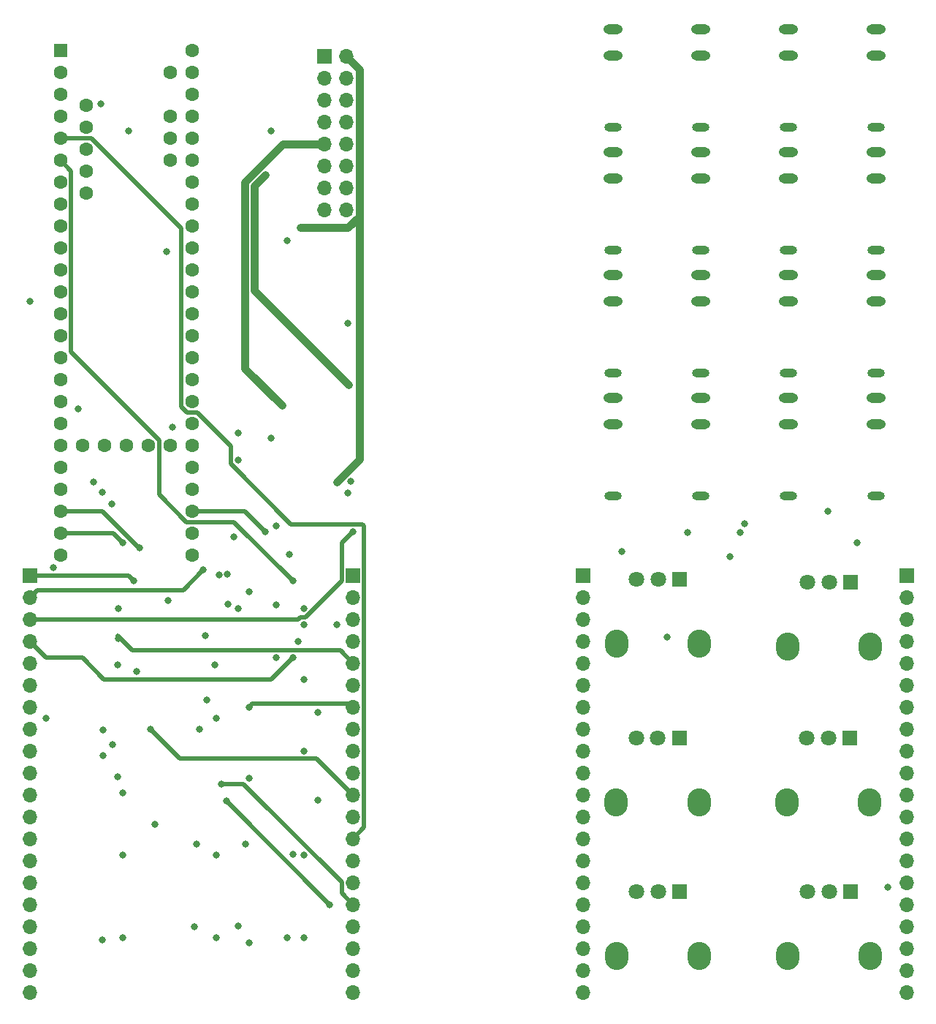
<source format=gbr>
%TF.GenerationSoftware,KiCad,Pcbnew,(5.1.6-0-10_14)*%
%TF.CreationDate,2021-03-26T18:44:24-04:00*%
%TF.ProjectId,lowstepper_hardware,6c6f7773-7465-4707-9065-725f68617264,rev?*%
%TF.SameCoordinates,Original*%
%TF.FileFunction,Copper,L3,Inr*%
%TF.FilePolarity,Positive*%
%FSLAX46Y46*%
G04 Gerber Fmt 4.6, Leading zero omitted, Abs format (unit mm)*
G04 Created by KiCad (PCBNEW (5.1.6-0-10_14)) date 2021-03-26 18:44:24*
%MOMM*%
%LPD*%
G01*
G04 APERTURE LIST*
%TA.AperFunction,ViaPad*%
%ADD10R,1.800000X1.800000*%
%TD*%
%TA.AperFunction,ViaPad*%
%ADD11C,1.800000*%
%TD*%
%TA.AperFunction,ViaPad*%
%ADD12O,2.720000X3.240000*%
%TD*%
%TA.AperFunction,ViaPad*%
%ADD13O,2.216000X1.108000*%
%TD*%
%TA.AperFunction,ViaPad*%
%ADD14O,2.016000X1.008000*%
%TD*%
%TA.AperFunction,ViaPad*%
%ADD15O,1.700000X1.700000*%
%TD*%
%TA.AperFunction,ViaPad*%
%ADD16R,1.700000X1.700000*%
%TD*%
%TA.AperFunction,ViaPad*%
%ADD17C,1.600000*%
%TD*%
%TA.AperFunction,ViaPad*%
%ADD18R,1.600000X1.600000*%
%TD*%
%TA.AperFunction,ViaPad*%
%ADD19C,0.800000*%
%TD*%
%TA.AperFunction,Conductor*%
%ADD20C,0.890000*%
%TD*%
%TA.AperFunction,Conductor*%
%ADD21C,0.500000*%
%TD*%
G04 APERTURE END LIST*
D10*
%TO.N,+3V3*%
%TO.C,RV6*%
X267843000Y-129921000D03*
D11*
%TO.N,POT_CHUNKS_B_TOP*%
X265343000Y-129921000D03*
%TO.N,GND*%
X262843000Y-129921000D03*
D12*
%TO.N,*%
X260543000Y-137421000D03*
X270143000Y-137421000D03*
%TD*%
D10*
%TO.N,+3V3*%
%TO.C,RV3*%
X248031000Y-129921000D03*
D11*
%TO.N,POT_CHUNKS_A_TOP*%
X245531000Y-129921000D03*
%TO.N,GND*%
X243031000Y-129921000D03*
D12*
%TO.N,*%
X240731000Y-137421000D03*
X250331000Y-137421000D03*
%TD*%
D10*
%TO.N,+3V3*%
%TO.C,RV2*%
X248031000Y-93789500D03*
D11*
%TO.N,POT_RATE_A_TOP*%
X245531000Y-93789500D03*
%TO.N,GND*%
X243031000Y-93789500D03*
D12*
%TO.N,*%
X240731000Y-101289500D03*
X250331000Y-101289500D03*
%TD*%
D13*
%TO.N,GND*%
%TO.C,J1*%
X270764000Y-58544000D03*
%TO.N,Net-(J1-Pad2)*%
X270764000Y-61644000D03*
D14*
%TO.N,OUT_A_TOP*%
X270764000Y-69944000D03*
%TD*%
D13*
%TO.N,GND*%
%TO.C,J2*%
X270764000Y-72768000D03*
%TO.N,Net-(J2-Pad2)*%
X270764000Y-75868000D03*
D14*
%TO.N,OUT_B_TOP*%
X270764000Y-84168000D03*
%TD*%
D13*
%TO.N,GND*%
%TO.C,J3*%
X270764000Y-30096000D03*
%TO.N,Net-(J3-Pad2)*%
X270764000Y-33196000D03*
D14*
%TO.N,EOC_A_TOP*%
X270764000Y-41496000D03*
%TD*%
D13*
%TO.N,GND*%
%TO.C,J4*%
X270764000Y-44320000D03*
%TO.N,Net-(J4-Pad2)*%
X270764000Y-47420000D03*
D14*
%TO.N,EOC_B_TOP*%
X270764000Y-55720000D03*
%TD*%
D13*
%TO.N,GND*%
%TO.C,J5*%
X250444000Y-58544000D03*
X250444000Y-61644000D03*
D14*
%TO.N,MORPH_A_TOP*%
X250444000Y-69944000D03*
%TD*%
D13*
%TO.N,GND*%
%TO.C,J6*%
X240284000Y-58544000D03*
X240284000Y-61644000D03*
D14*
%TO.N,RATE_A_TOP*%
X240284000Y-69944000D03*
%TD*%
D13*
%TO.N,GND*%
%TO.C,J7*%
X260604000Y-58544000D03*
X260604000Y-61644000D03*
D14*
%TO.N,CHUNKS_A_TOP*%
X260604000Y-69944000D03*
%TD*%
D13*
%TO.N,GND*%
%TO.C,J9*%
X250444000Y-72768000D03*
X250444000Y-75868000D03*
D14*
%TO.N,MORPH_B_TOP*%
X250444000Y-84168000D03*
%TD*%
D13*
%TO.N,GND*%
%TO.C,J10*%
X240284000Y-72768000D03*
X240284000Y-75868000D03*
D14*
%TO.N,RATE_B_TOP*%
X240284000Y-84168000D03*
%TD*%
D13*
%TO.N,GND*%
%TO.C,J11*%
X260604000Y-72768000D03*
X260604000Y-75868000D03*
D14*
%TO.N,CHUNKS_B_TOP*%
X260604000Y-84168000D03*
%TD*%
D13*
%TO.N,GND*%
%TO.C,J12*%
X250444000Y-30096000D03*
%TO.N,CLK_A_SENSE_TOP*%
X250444000Y-33196000D03*
D14*
%TO.N,CLK_A_TOP*%
X250444000Y-41496000D03*
%TD*%
D13*
%TO.N,GND*%
%TO.C,J13*%
X240284000Y-30096000D03*
%TO.N,TRIG_A_SENSE_TOP*%
X240284000Y-33196000D03*
D14*
%TO.N,TRIG_A_TOP*%
X240284000Y-41496000D03*
%TD*%
D13*
%TO.N,GND*%
%TO.C,J14*%
X260604000Y-30096000D03*
%TO.N,RST_A_SENSE_TOP*%
X260604000Y-33196000D03*
D14*
%TO.N,RST_A_TOP*%
X260604000Y-41496000D03*
%TD*%
D13*
%TO.N,GND*%
%TO.C,J15*%
X250444000Y-44320000D03*
%TO.N,CLK_B_SENSE_TOP*%
X250444000Y-47420000D03*
D14*
%TO.N,CLK_B_TOP*%
X250444000Y-55720000D03*
%TD*%
D13*
%TO.N,GND*%
%TO.C,J16*%
X240284000Y-44320000D03*
%TO.N,TRIG_B_SENSE_TOP*%
X240284000Y-47420000D03*
D14*
%TO.N,TRIG_B_TOP*%
X240284000Y-55720000D03*
%TD*%
D13*
%TO.N,GND*%
%TO.C,J17*%
X260604000Y-44320000D03*
%TO.N,RST_B_SENSE_TOP*%
X260604000Y-47420000D03*
D14*
%TO.N,RST_B_TOP*%
X260604000Y-55720000D03*
%TD*%
D15*
%TO.N,GND*%
%TO.C,J19*%
X236855000Y-141605000D03*
%TO.N,BTN_TOP*%
X236855000Y-139065000D03*
%TO.N,POT_CHUNKS_A_TOP*%
X236855000Y-136525000D03*
%TO.N,POT_MORPH_A_TOP*%
X236855000Y-133985000D03*
%TO.N,POT_RATE_A_TOP*%
X236855000Y-131445000D03*
%TO.N,LED_A_B_TOP*%
X236855000Y-128905000D03*
%TO.N,LED_A_G_TOP*%
X236855000Y-126365000D03*
%TO.N,LED_A_R_TOP*%
X236855000Y-123825000D03*
%TO.N,MORPH_B_TOP*%
X236855000Y-121285000D03*
%TO.N,MORPH_A_TOP*%
X236855000Y-118745000D03*
%TO.N,CLK_B_TOP*%
X236855000Y-116205000D03*
%TO.N,CLK_B_SENSE_TOP*%
X236855000Y-113665000D03*
%TO.N,CLK_A_TOP*%
X236855000Y-111125000D03*
%TO.N,CLK_A_SENSE_TOP*%
X236855000Y-108585000D03*
%TO.N,TRIG_A_TOP*%
X236855000Y-106045000D03*
%TO.N,TRIG_A_SENSE_TOP*%
X236855000Y-103505000D03*
%TO.N,TRIG_B_TOP*%
X236855000Y-100965000D03*
%TO.N,TRIG_B_SENSE_TOP*%
X236855000Y-98425000D03*
%TO.N,RATE_A_TOP*%
X236855000Y-95885000D03*
D16*
%TO.N,RATE_B_TOP*%
X236855000Y-93345000D03*
%TD*%
D12*
%TO.N,*%
%TO.C,RV1*%
X250291600Y-119634000D03*
X240691600Y-119634000D03*
D11*
%TO.N,GND*%
X242991600Y-112134000D03*
%TO.N,POT_MORPH_A_TOP*%
X245491600Y-112134000D03*
D10*
%TO.N,+3V3*%
X247991600Y-112134000D03*
%TD*%
%TO.N,+3V3*%
%TO.C,RV5*%
X267843000Y-94100000D03*
D11*
%TO.N,POT_RATE_B_TOP*%
X265343000Y-94100000D03*
%TO.N,GND*%
X262843000Y-94100000D03*
D12*
%TO.N,*%
X260543000Y-101600000D03*
X270143000Y-101600000D03*
%TD*%
%TO.N,*%
%TO.C,RV4*%
X270077000Y-119634000D03*
X260477000Y-119634000D03*
D11*
%TO.N,GND*%
X262777000Y-112134000D03*
%TO.N,POT_MORPH_B_TOP*%
X265277000Y-112134000D03*
D10*
%TO.N,+3V3*%
X267777000Y-112134000D03*
%TD*%
D15*
%TO.N,+3V3*%
%TO.C,J18*%
X274320000Y-141605000D03*
%TO.N,Net-(J18-Pad19)*%
X274320000Y-139065000D03*
%TO.N,POT_CHUNKS_B_TOP*%
X274320000Y-136525000D03*
%TO.N,POT_MORPH_B_TOP*%
X274320000Y-133985000D03*
%TO.N,POT_RATE_B_TOP*%
X274320000Y-131445000D03*
%TO.N,LED_B_B_TOP*%
X274320000Y-128905000D03*
%TO.N,LED_B_G_TOP*%
X274320000Y-126365000D03*
%TO.N,LED_B_R_TOP*%
X274320000Y-123825000D03*
%TO.N,CHUNKS_B_TOP*%
X274320000Y-121285000D03*
%TO.N,CHUNKS_A_TOP*%
X274320000Y-118745000D03*
%TO.N,RST_B_TOP*%
X274320000Y-116205000D03*
%TO.N,RST_B_SENSE_TOP*%
X274320000Y-113665000D03*
%TO.N,RST_A_TOP*%
X274320000Y-111125000D03*
%TO.N,RST_A_SENSE_TOP*%
X274320000Y-108585000D03*
%TO.N,Net-(J18-Pad6)*%
X274320000Y-106045000D03*
%TO.N,Net-(J18-Pad5)*%
X274320000Y-103505000D03*
%TO.N,EOC_A_TOP*%
X274320000Y-100965000D03*
%TO.N,EOC_B_TOP*%
X274320000Y-98425000D03*
%TO.N,OUT_A_TOP*%
X274320000Y-95885000D03*
D16*
%TO.N,OUT_B_TOP*%
X274320000Y-93345000D03*
%TD*%
D17*
%TO.N,N/C*%
%TO.C,U3*%
X179276000Y-49085500D03*
X179276000Y-46545500D03*
X179276000Y-44005500D03*
X179276000Y-41465500D03*
X179276000Y-38925500D03*
%TO.N,Net-(U3-Pad57)*%
X188976000Y-45275500D03*
%TO.N,Net-(U3-Pad56)*%
X188976000Y-42735500D03*
%TO.N,Net-(U3-Pad55)*%
X188976000Y-40195500D03*
%TO.N,Net-(U3-Pad54)*%
X188976000Y-35115500D03*
%TO.N,+5V*%
X191516000Y-32575500D03*
%TO.N,Net-(U3-Pad52)*%
X191516000Y-35115500D03*
%TO.N,+3V3*%
X191516000Y-37655500D03*
%TO.N,POT_RATE_B_BOTTOM*%
X191516000Y-40195500D03*
%TO.N,POT_MORPH_B_BOTTOM*%
X191516000Y-42735500D03*
%TO.N,POT_CHUNKS_B_BOTTOM*%
X191516000Y-45275500D03*
%TO.N,/RATE_CV_B*%
X191516000Y-47815500D03*
%TO.N,/MORPH_CV_B*%
X191516000Y-50355500D03*
%TO.N,/CHUNK_CV_B*%
X191516000Y-52895500D03*
%TO.N,RST_B_SENSE_BOTTOM*%
X191516000Y-55435500D03*
%TO.N,TRIG_B_SENSE_BOTTOM*%
X191516000Y-57975500D03*
%TO.N,CLK_B_SENSE_BOTTOM*%
X191516000Y-60515500D03*
%TO.N,BTN_BOTTOM*%
X191516000Y-63055500D03*
%TO.N,Net-(U3-Pad40)*%
X191516000Y-65595500D03*
%TO.N,GND*%
X191516000Y-68135500D03*
%TO.N,/DAC_OUT_B*%
X191516000Y-70675500D03*
D18*
%TO.N,GND*%
X176276000Y-32575500D03*
D17*
%TO.N,/EOC_A*%
X176276000Y-35115500D03*
%TO.N,/EOC_B*%
X176276000Y-37655500D03*
%TO.N,Net-(U3-Pad4)*%
X176276000Y-40195500D03*
%TO.N,LED_A_R_BOTTOM*%
X176276000Y-42735500D03*
%TO.N,LED_A_G_BOTTOM*%
X176276000Y-45275500D03*
%TO.N,LED_A_B_BOTTOM*%
X176276000Y-47815500D03*
%TO.N,LED_B_R_BOTTOM*%
X176276000Y-50355500D03*
%TO.N,Net-(U3-Pad9)*%
X176276000Y-52895500D03*
%TO.N,Net-(U3-Pad10)*%
X176276000Y-55435500D03*
%TO.N,LED_B_G_BOTTOM*%
X176276000Y-57975500D03*
%TO.N,LED_B_B_BOTTOM*%
X176276000Y-60515500D03*
%TO.N,Net-(U3-Pad13)*%
X176276000Y-63055500D03*
%TO.N,/DAC_OUT_A*%
X191516000Y-73215500D03*
%TO.N,Net-(U3-Pad36)*%
X191516000Y-75755500D03*
%TO.N,/CHUNK_CV_A*%
X191516000Y-78295500D03*
%TO.N,/MORPH_CV_A*%
X191516000Y-80835500D03*
%TO.N,/RATE_CV_A*%
X191516000Y-83375500D03*
%TO.N,POT_CHUNKS_A_BOTTOM*%
X191516000Y-85915500D03*
%TO.N,POT_MORPH_A_BOTTOM*%
X191516000Y-88455500D03*
%TO.N,POT_RATE_A_BOTTOM*%
X191516000Y-90995500D03*
%TO.N,Net-(U3-Pad29)*%
X188976000Y-78295500D03*
%TO.N,Net-(U3-Pad28)*%
X186436000Y-78295500D03*
%TO.N,GND*%
X183896000Y-78295500D03*
%TO.N,Net-(U3-Pad26)*%
X181356000Y-78295500D03*
%TO.N,Net-(U3-Pad25)*%
X178816000Y-78295500D03*
%TO.N,RST_A_SENSE_BOTTOM*%
X176276000Y-90995500D03*
%TO.N,TRIG_A_SENSE_BOTTOM*%
X176276000Y-88455500D03*
%TO.N,CLK_A_SENSE_BOTTOM*%
X176276000Y-85915500D03*
%TO.N,/RESET_IN_B*%
X176276000Y-83375500D03*
%TO.N,Net-(U3-Pad14)*%
X176276000Y-65595500D03*
%TO.N,Net-(U3-Pad15)*%
X176276000Y-68135500D03*
%TO.N,/CLK_IN_A*%
X176276000Y-70675500D03*
%TO.N,/TRIG_IN_B*%
X176276000Y-80835500D03*
%TO.N,/CLK_IN_B*%
X176276000Y-78295500D03*
%TO.N,/RESET_IN_A*%
X176276000Y-75755500D03*
%TO.N,/TRIG_IN_A*%
X176276000Y-73215500D03*
%TD*%
D15*
%TO.N,Net-(J8-Pad16)*%
%TO.C,J8*%
X209423000Y-51054000D03*
%TO.N,Net-(J8-Pad15)*%
X206883000Y-51054000D03*
%TO.N,Net-(J8-Pad14)*%
X209423000Y-48514000D03*
%TO.N,Net-(J8-Pad13)*%
X206883000Y-48514000D03*
%TO.N,+5V*%
X209423000Y-45974000D03*
X206883000Y-45974000D03*
%TO.N,+12V*%
X209423000Y-43434000D03*
X206883000Y-43434000D03*
%TO.N,GND*%
X209423000Y-40894000D03*
X206883000Y-40894000D03*
X209423000Y-38354000D03*
X206883000Y-38354000D03*
X209423000Y-35814000D03*
X206883000Y-35814000D03*
%TO.N,-12V*%
X209423000Y-33274000D03*
D16*
X206883000Y-33274000D03*
%TD*%
D15*
%TO.N,+3V3*%
%TO.C,J20*%
X172720000Y-141605000D03*
%TO.N,Net-(J20-Pad19)*%
X172720000Y-139065000D03*
%TO.N,POT_CHUNKS_B_BOTTOM*%
X172720000Y-136525000D03*
%TO.N,POT_MORPH_B_BOTTOM*%
X172720000Y-133985000D03*
%TO.N,POT_RATE_B_BOTTOM*%
X172720000Y-131445000D03*
%TO.N,LED_B_B_BOTTOM*%
X172720000Y-128905000D03*
%TO.N,LED_B_G_BOTTOM*%
X172720000Y-126365000D03*
%TO.N,LED_B_R_BOTTOM*%
X172720000Y-123825000D03*
%TO.N,CHUNKS_B_BOTTOM*%
X172720000Y-121285000D03*
%TO.N,CHUNKS_A_BOTTOM*%
X172720000Y-118745000D03*
%TO.N,RST_B_BOTTOM*%
X172720000Y-116205000D03*
%TO.N,RST_B_SENSE_BOTTOM*%
X172720000Y-113665000D03*
%TO.N,RST_A_BOTTOM*%
X172720000Y-111125000D03*
%TO.N,RST_A_SENSE_BOTTOM*%
X172720000Y-108585000D03*
%TO.N,Net-(J20-Pad6)*%
X172720000Y-106045000D03*
%TO.N,Net-(J20-Pad5)*%
X172720000Y-103505000D03*
%TO.N,EOC_A_BOTTOM*%
X172720000Y-100965000D03*
%TO.N,EOC_B_BOTTOM*%
X172720000Y-98425000D03*
%TO.N,OUT_A_BOTTOM*%
X172720000Y-95885000D03*
D16*
%TO.N,OUT_B_BOTTOM*%
X172720000Y-93345000D03*
%TD*%
D15*
%TO.N,GND*%
%TO.C,J21*%
X210185000Y-141605000D03*
%TO.N,BTN_BOTTOM*%
X210185000Y-139065000D03*
%TO.N,POT_CHUNKS_A_BOTTOM*%
X210185000Y-136525000D03*
%TO.N,POT_MORPH_A_BOTTOM*%
X210185000Y-133985000D03*
%TO.N,POT_RATE_A_BOTTOM*%
X210185000Y-131445000D03*
%TO.N,LED_A_B_BOTTOM*%
X210185000Y-128905000D03*
%TO.N,LED_A_G_BOTTOM*%
X210185000Y-126365000D03*
%TO.N,LED_A_R_BOTTOM*%
X210185000Y-123825000D03*
%TO.N,MORPH_B_BOTTOM*%
X210185000Y-121285000D03*
%TO.N,MORPH_A_BOTTOM*%
X210185000Y-118745000D03*
%TO.N,CLK_B_BOTTOM*%
X210185000Y-116205000D03*
%TO.N,CLK_B_SENSE_BOTTOM*%
X210185000Y-113665000D03*
%TO.N,CLK_A_BOTTOM*%
X210185000Y-111125000D03*
%TO.N,CLK_A_SENSE_BOTTOM*%
X210185000Y-108585000D03*
%TO.N,TRIG_A_BOTTOM*%
X210185000Y-106045000D03*
%TO.N,TRIG_A_SENSE_BOTTOM*%
X210185000Y-103505000D03*
%TO.N,TRIG_B_BOTTOM*%
X210185000Y-100965000D03*
%TO.N,TRIG_B_SENSE_BOTTOM*%
X210185000Y-98425000D03*
%TO.N,RATE_A_BOTTOM*%
X210185000Y-95885000D03*
D16*
%TO.N,RATE_B_BOTTOM*%
X210185000Y-93345000D03*
%TD*%
D19*
%TO.N,GND*%
X203263500Y-125666500D03*
X201295000Y-102870000D03*
X209931000Y-82486500D03*
X201295000Y-96774000D03*
X193040000Y-100330000D03*
X202819000Y-90932000D03*
X187198000Y-122174000D03*
X192024000Y-124460000D03*
X181102000Y-135509000D03*
X191770000Y-133985000D03*
X202565000Y-135255000D03*
X192405000Y-111125000D03*
X194310000Y-109855000D03*
X248920041Y-88415999D03*
X241363500Y-90614500D03*
%TO.N,+3V3*%
X204470000Y-135255000D03*
X194310000Y-135255000D03*
X183515000Y-135255000D03*
X183515000Y-125730000D03*
X194310000Y-125730000D03*
X204470000Y-125730000D03*
X193206116Y-107735000D03*
X196850000Y-97155000D03*
X209550000Y-83820000D03*
%TO.N,/EOC_A*%
X184150000Y-41910000D03*
X180975000Y-38735000D03*
X201295000Y-87630000D03*
X189230000Y-76200000D03*
%TO.N,/EOC_B*%
X209550000Y-64135000D03*
%TO.N,+5V*%
X200660000Y-41910000D03*
X200025000Y-46990000D03*
X209677000Y-71247000D03*
%TO.N,/RATE_CV_B*%
X195656367Y-93215191D03*
X195677459Y-96676541D03*
X188722000Y-96266000D03*
%TO.N,/MORPH_CV_B*%
X194657041Y-93251959D03*
%TO.N,/CHUNK_CV_B*%
X198120000Y-95250000D03*
%TO.N,/CHUNK_CV_A*%
X181229000Y-111252000D03*
X181208065Y-114193935D03*
%TO.N,/RATE_CV_A*%
X181102000Y-83693000D03*
%TO.N,/TRIG_IN_B*%
X175475000Y-92475999D03*
%TO.N,/CLK_IN_B*%
X174625000Y-109855000D03*
%TO.N,/RESET_IN_A*%
X180086000Y-82550000D03*
%TO.N,/TRIG_IN_A*%
X178376001Y-74041000D03*
%TO.N,/AREF_-10V*%
X204470000Y-97155000D03*
X202565000Y-54610000D03*
%TO.N,-12V*%
X208280000Y-82550000D03*
X204089000Y-53086000D03*
%TO.N,+12V*%
X201930000Y-73660000D03*
%TO.N,/Morph_CV_A_cct/AREF_-10V*%
X185086688Y-104511228D03*
%TO.N,/Rate_CV_A_cct/AREF_-10V*%
X182346647Y-112928353D03*
%TO.N,/Chunks_CV_A_cct/AREF_-10V*%
X204470000Y-113665000D03*
%TO.N,/Morph_CV_B_cct/AREF_-10V*%
X204470000Y-105410000D03*
%TO.N,/Rate_CV_B_cct/AREF_-10V*%
X182968000Y-97155000D03*
%TO.N,/Chunks_CV_B_cct/AREF_-10V*%
X204470000Y-99060000D03*
%TO.N,POT_RATE_A_TOP*%
X246623693Y-100472093D03*
%TO.N,LED_A_B_TOP*%
X255016000Y-88392000D03*
%TO.N,LED_A_R_TOP*%
X253873000Y-91186000D03*
%TO.N,LED_B_G_BOTTOM*%
X172720000Y-61595000D03*
%TO.N,CHUNKS_A_BOTTOM*%
X182880000Y-116648020D03*
%TO.N,RST_B_BOTTOM*%
X198120000Y-135890000D03*
%TO.N,RST_A_BOTTOM*%
X197700000Y-124460000D03*
%TO.N,EOC_A_BOTTOM*%
X203200000Y-102870000D03*
%TO.N,EOC_B_BOTTOM*%
X210185000Y-88265000D03*
%TO.N,OUT_A_BOTTOM*%
X200660000Y-77470000D03*
X196357042Y-88900000D03*
X192825000Y-92710000D03*
%TO.N,OUT_B_BOTTOM*%
X184785000Y-93980000D03*
X196850000Y-80010000D03*
X196850000Y-76835000D03*
%TO.N,POT_RATE_B_TOP*%
X272169999Y-129413000D03*
%TO.N,RST_A_TOP*%
X268605000Y-89535000D03*
X265249015Y-85905986D03*
%TO.N,CHUNKS_B_BOTTOM*%
X183515000Y-118530000D03*
X198120000Y-116840000D03*
X206100465Y-109188688D03*
X203835000Y-100965000D03*
%TO.N,RST_B_SENSE_BOTTOM*%
X182274541Y-85119541D03*
%TO.N,MORPH_A_BOTTOM*%
X186690000Y-111125000D03*
%TO.N,RATE_A_BOTTOM*%
X182880000Y-103720000D03*
%TO.N,CLK_A_SENSE_BOTTOM*%
X198120000Y-108585000D03*
X185420000Y-90170000D03*
%TO.N,POT_CHUNKS_A_BOTTOM*%
X200025000Y-88265000D03*
%TO.N,POT_MORPH_A_BOTTOM*%
X195505005Y-119454995D03*
X207495010Y-131445000D03*
%TO.N,POT_RATE_A_BOTTOM*%
X194945000Y-117498020D03*
%TO.N,LED_A_B_BOTTOM*%
X188595000Y-55880000D03*
%TO.N,LED_A_G_BOTTOM*%
X203200000Y-93980000D03*
%TO.N,MORPH_B_BOTTOM*%
X206094990Y-119380000D03*
%TO.N,TRIG_A_SENSE_BOTTOM*%
X183515000Y-89535000D03*
X183001488Y-100671030D03*
%TO.N,TRIG_B_BOTTOM*%
X196850000Y-133973002D03*
%TO.N,RATE_B_BOTTOM*%
X208280000Y-99060000D03*
X194220209Y-103720000D03*
%TO.N,BTN_TOP*%
X255524000Y-87376000D03*
%TD*%
D20*
%TO.N,+5V*%
X198755000Y-49530000D02*
X198755000Y-48260000D01*
X198755000Y-48260000D02*
X200025000Y-46990000D01*
X198755000Y-60325000D02*
X198755000Y-49530000D01*
X209677000Y-71247000D02*
X198755000Y-60325000D01*
%TO.N,-12V*%
X210918001Y-67846999D02*
X210918001Y-79911999D01*
X210918001Y-79911999D02*
X208280000Y-82550000D01*
X210918001Y-51771601D02*
X210918001Y-67846999D01*
X209423000Y-33274000D02*
X210918001Y-34769001D01*
X210918001Y-34769001D02*
X210918001Y-51771601D01*
X210918001Y-51771601D02*
X209603602Y-53086000D01*
X209603602Y-53086000D02*
X204089000Y-53086000D01*
%TO.N,+12V*%
X206883000Y-43434000D02*
X202039494Y-43434000D01*
X202039494Y-43434000D02*
X197664990Y-47808504D01*
X197664990Y-47808504D02*
X197664990Y-69394990D01*
X197664990Y-69394990D02*
X201930000Y-73660000D01*
D21*
%TO.N,EOC_A_BOTTOM*%
X178816000Y-102870000D02*
X181307229Y-105361229D01*
X181307229Y-105361229D02*
X200708771Y-105361229D01*
X200708771Y-105361229D02*
X203200000Y-102870000D01*
X174625000Y-102870000D02*
X178816000Y-102870000D01*
X174625000Y-102870000D02*
X172720000Y-100965000D01*
%TO.N,EOC_B_BOTTOM*%
X172720000Y-98425000D02*
X203846998Y-98425000D01*
X203846998Y-98425000D02*
X204061999Y-98209999D01*
X204061999Y-98209999D02*
X204673003Y-98209999D01*
X204673003Y-98209999D02*
X208884999Y-93998003D01*
X208884999Y-93998003D02*
X208884999Y-89565001D01*
X208884999Y-89565001D02*
X210185000Y-88265000D01*
%TO.N,OUT_A_BOTTOM*%
X172720000Y-95885000D02*
X173569999Y-95035001D01*
X173569999Y-95035001D02*
X190499999Y-95035001D01*
X190499999Y-95035001D02*
X192825000Y-92710000D01*
%TO.N,OUT_B_BOTTOM*%
X172720000Y-93345000D02*
X184150000Y-93345000D01*
X184150000Y-93345000D02*
X184785000Y-93980000D01*
%TO.N,MORPH_A_BOTTOM*%
X186690000Y-111125000D02*
X190080001Y-114515001D01*
X190080001Y-114515001D02*
X205955001Y-114515001D01*
X205955001Y-114515001D02*
X210185000Y-118745000D01*
%TO.N,CLK_A_SENSE_BOTTOM*%
X198120000Y-108585000D02*
X198519999Y-108185001D01*
X198519999Y-108185001D02*
X209785001Y-108185001D01*
X209785001Y-108185001D02*
X210185000Y-108585000D01*
X176276000Y-85915500D02*
X181153502Y-85915500D01*
X181153502Y-85915500D02*
X185408002Y-90170000D01*
X185408002Y-90170000D02*
X185420000Y-90170000D01*
%TO.N,POT_CHUNKS_A_BOTTOM*%
X200025000Y-88265000D02*
X197675500Y-85915500D01*
X197675500Y-85915500D02*
X191516000Y-85915500D01*
%TO.N,POT_MORPH_A_BOTTOM*%
X207495010Y-131445000D02*
X195505005Y-119454995D01*
%TO.N,POT_RATE_A_BOTTOM*%
X210185000Y-131445000D02*
X208884999Y-130144999D01*
X208884999Y-130144999D02*
X208884999Y-128886997D01*
X208884999Y-128886997D02*
X197496022Y-117498020D01*
X197496022Y-117498020D02*
X194945000Y-117498020D01*
%TO.N,LED_A_G_BOTTOM*%
X177526001Y-46525501D02*
X177526001Y-67495501D01*
X177526001Y-67495501D02*
X187725999Y-77695499D01*
X187725999Y-77695499D02*
X187725999Y-83975501D01*
X187725999Y-83975501D02*
X190915999Y-87165501D01*
X176276000Y-45275500D02*
X177526001Y-46525501D01*
X190915999Y-87165501D02*
X196385501Y-87165501D01*
X196385501Y-87165501D02*
X203200000Y-93980000D01*
%TO.N,LED_A_R_BOTTOM*%
X176276000Y-42735500D02*
X179856002Y-42735500D01*
X195999999Y-80418001D02*
X202996997Y-87414999D01*
X202996997Y-87414999D02*
X211239999Y-87414999D01*
X179856002Y-42735500D02*
X190265999Y-53145497D01*
X190265999Y-53145497D02*
X190265999Y-73815501D01*
X190265999Y-73815501D02*
X190955997Y-74505499D01*
X190955997Y-74505499D02*
X192116001Y-74505499D01*
X192116001Y-74505499D02*
X195999999Y-78389497D01*
X195999999Y-78389497D02*
X195999999Y-80418001D01*
X211239999Y-87414999D02*
X211485001Y-87660001D01*
X211485001Y-87660001D02*
X211485001Y-122524999D01*
X211485001Y-122524999D02*
X210185000Y-123825000D01*
%TO.N,TRIG_A_SENSE_BOTTOM*%
X183515000Y-89535000D02*
X182435500Y-88455500D01*
X182435500Y-88455500D02*
X176276000Y-88455500D01*
X210185000Y-103505000D02*
X208699999Y-102019999D01*
X184569999Y-102019999D02*
X182880000Y-100330000D01*
X208699999Y-102019999D02*
X184569999Y-102019999D01*
%TD*%
M02*

</source>
